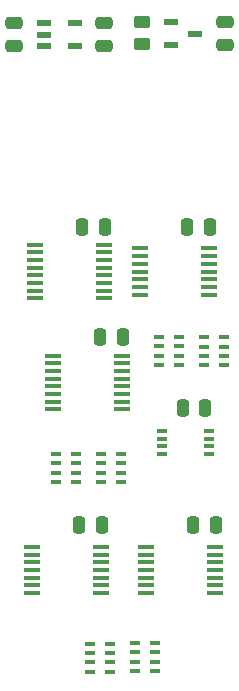
<source format=gtp>
%TF.GenerationSoftware,KiCad,Pcbnew,8.0.7*%
%TF.CreationDate,2025-02-21T21:09:52+02:00*%
%TF.ProjectId,Quad MPU Clock Generator,51756164-204d-4505-9520-436c6f636b20,V1*%
%TF.SameCoordinates,Original*%
%TF.FileFunction,Paste,Top*%
%TF.FilePolarity,Positive*%
%FSLAX46Y46*%
G04 Gerber Fmt 4.6, Leading zero omitted, Abs format (unit mm)*
G04 Created by KiCad (PCBNEW 8.0.7) date 2025-02-21 21:09:52*
%MOMM*%
%LPD*%
G01*
G04 APERTURE LIST*
G04 Aperture macros list*
%AMRoundRect*
0 Rectangle with rounded corners*
0 $1 Rounding radius*
0 $2 $3 $4 $5 $6 $7 $8 $9 X,Y pos of 4 corners*
0 Add a 4 corners polygon primitive as box body*
4,1,4,$2,$3,$4,$5,$6,$7,$8,$9,$2,$3,0*
0 Add four circle primitives for the rounded corners*
1,1,$1+$1,$2,$3*
1,1,$1+$1,$4,$5*
1,1,$1+$1,$6,$7*
1,1,$1+$1,$8,$9*
0 Add four rect primitives between the rounded corners*
20,1,$1+$1,$2,$3,$4,$5,0*
20,1,$1+$1,$4,$5,$6,$7,0*
20,1,$1+$1,$6,$7,$8,$9,0*
20,1,$1+$1,$8,$9,$2,$3,0*%
G04 Aperture macros list end*
%ADD10RoundRect,0.250000X0.250000X0.475000X-0.250000X0.475000X-0.250000X-0.475000X0.250000X-0.475000X0*%
%ADD11R,1.150000X0.600000*%
%ADD12RoundRect,0.250000X-0.450000X0.262500X-0.450000X-0.262500X0.450000X-0.262500X0.450000X0.262500X0*%
%ADD13R,1.450000X0.450000*%
%ADD14R,0.950000X0.450000*%
%ADD15R,0.900000X0.450000*%
%ADD16R,1.475000X0.450000*%
%ADD17RoundRect,0.250000X0.475000X-0.250000X0.475000X0.250000X-0.475000X0.250000X-0.475000X-0.250000X0*%
%ADD18R,1.250000X0.600000*%
G04 APERTURE END LIST*
D10*
%TO.C,C2*%
X10205000Y-15748000D03*
X8305000Y-15748000D03*
%TD*%
D11*
%TO.C,IC1*%
X5050000Y1458000D03*
X5050000Y508000D03*
X5050000Y-442000D03*
X7650000Y-442000D03*
X7650000Y1458000D03*
%TD*%
D12*
%TO.C,R2*%
X13345000Y1547500D03*
X13345000Y-277500D03*
%TD*%
D13*
%TO.C,IC3*%
X5838000Y-26681000D03*
X5838000Y-27331000D03*
X5838000Y-27981000D03*
X5838000Y-28631000D03*
X5838000Y-29281000D03*
X5838000Y-29931000D03*
X5838000Y-30581000D03*
X5838000Y-31231000D03*
X11688000Y-31231000D03*
X11688000Y-30581000D03*
X11688000Y-29931000D03*
X11688000Y-29281000D03*
X11688000Y-28631000D03*
X11688000Y-27981000D03*
X11688000Y-27331000D03*
X11688000Y-26681000D03*
%TD*%
D14*
%TO.C,CN1*%
X16471000Y-27489000D03*
X16471000Y-26689000D03*
X16471000Y-25889000D03*
X16471000Y-25089000D03*
X14771000Y-25089000D03*
X14771000Y-25889000D03*
X14771000Y-26689000D03*
X14771000Y-27489000D03*
%TD*%
D15*
%TO.C,RN1*%
X18581000Y-25107999D03*
X18581000Y-25907999D03*
X18581000Y-26707999D03*
X18581000Y-27507999D03*
X20281000Y-27507999D03*
X20281000Y-26707999D03*
X20281000Y-25907999D03*
X20281000Y-25107999D03*
%TD*%
D14*
%TO.C,IC7*%
X15043000Y-33061000D03*
X15043000Y-33711000D03*
X15043000Y-34361000D03*
X15043000Y-35011000D03*
X18993000Y-35011000D03*
X18993000Y-34361000D03*
X18993000Y-33711000D03*
X18993000Y-33061000D03*
%TD*%
D16*
%TO.C,IC10*%
X13191000Y-17608000D03*
X13191000Y-18258000D03*
X13191000Y-18908000D03*
X13191000Y-19558000D03*
X13191000Y-20208000D03*
X13191000Y-20858000D03*
X13191000Y-21508000D03*
X19067000Y-21508000D03*
X19067000Y-20858000D03*
X19067000Y-20208000D03*
X19067000Y-19558000D03*
X19067000Y-18908000D03*
X19067000Y-18258000D03*
X19067000Y-17608000D03*
%TD*%
D17*
%TO.C,C11*%
X10160000Y-426000D03*
X10160000Y1474000D03*
%TD*%
%TO.C,C8*%
X20384000Y-345000D03*
X20384000Y1555000D03*
%TD*%
D18*
%TO.C,IC8*%
X15778000Y1539000D03*
X15778000Y-361000D03*
X17878000Y589000D03*
%TD*%
D16*
%TO.C,IC5*%
X4047000Y-42881000D03*
X4047000Y-43531000D03*
X4047000Y-44181000D03*
X4047000Y-44831000D03*
X4047000Y-45481000D03*
X4047000Y-46131000D03*
X4047000Y-46781000D03*
X9923000Y-46781000D03*
X9923000Y-46131000D03*
X9923000Y-45481000D03*
X9923000Y-44831000D03*
X9923000Y-44181000D03*
X9923000Y-43531000D03*
X9923000Y-42881000D03*
%TD*%
D14*
%TO.C,CN2*%
X7747000Y-37376000D03*
X7747000Y-36576000D03*
X7747000Y-35776000D03*
X7747000Y-34976000D03*
X6047000Y-34976000D03*
X6047000Y-35776000D03*
X6047000Y-36576000D03*
X6047000Y-37376000D03*
%TD*%
D16*
%TO.C,IC6*%
X13699000Y-42881000D03*
X13699000Y-43531000D03*
X13699000Y-44181000D03*
X13699000Y-44831000D03*
X13699000Y-45481000D03*
X13699000Y-46131000D03*
X13699000Y-46781000D03*
X19575000Y-46781000D03*
X19575000Y-46131000D03*
X19575000Y-45481000D03*
X19575000Y-44831000D03*
X19575000Y-44181000D03*
X19575000Y-43531000D03*
X19575000Y-42881000D03*
%TD*%
D10*
%TO.C,C5*%
X9951000Y-41021000D03*
X8051000Y-41021000D03*
%TD*%
%TO.C,C6*%
X11729000Y-25120000D03*
X9829000Y-25120000D03*
%TD*%
%TO.C,C7*%
X18710000Y-31141000D03*
X16810000Y-31141000D03*
%TD*%
%TO.C,C1*%
X19095000Y-15748000D03*
X17195000Y-15748000D03*
%TD*%
D15*
%TO.C,RN3*%
X10629000Y-53454000D03*
X10629000Y-52654000D03*
X10629000Y-51854000D03*
X10629000Y-51054000D03*
X8929000Y-51054000D03*
X8929000Y-51854000D03*
X8929000Y-52654000D03*
X8929000Y-53454000D03*
%TD*%
D14*
%TO.C,CN3*%
X12739000Y-50997000D03*
X12739000Y-51797000D03*
X12739000Y-52597000D03*
X12739000Y-53397000D03*
X14439000Y-53397000D03*
X14439000Y-52597000D03*
X14439000Y-51797000D03*
X14439000Y-50997000D03*
%TD*%
D13*
%TO.C,IC2*%
X4314000Y-17283000D03*
X4314000Y-17933000D03*
X4314000Y-18583000D03*
X4314000Y-19233000D03*
X4314000Y-19883000D03*
X4314000Y-20533000D03*
X4314000Y-21183000D03*
X4314000Y-21833000D03*
X10164000Y-21833000D03*
X10164000Y-21183000D03*
X10164000Y-20533000D03*
X10164000Y-19883000D03*
X10164000Y-19233000D03*
X10164000Y-18583000D03*
X10164000Y-17933000D03*
X10164000Y-17283000D03*
%TD*%
D17*
%TO.C,C10*%
X2540000Y-426000D03*
X2540000Y1474000D03*
%TD*%
D10*
%TO.C,C4*%
X19603000Y-41021000D03*
X17703000Y-41021000D03*
%TD*%
D15*
%TO.C,RN2*%
X9857000Y-34975800D03*
X9857000Y-35775800D03*
X9857000Y-36575800D03*
X9857000Y-37375800D03*
X11557000Y-37375800D03*
X11557000Y-36575800D03*
X11557000Y-35775800D03*
X11557000Y-34975800D03*
%TD*%
M02*

</source>
